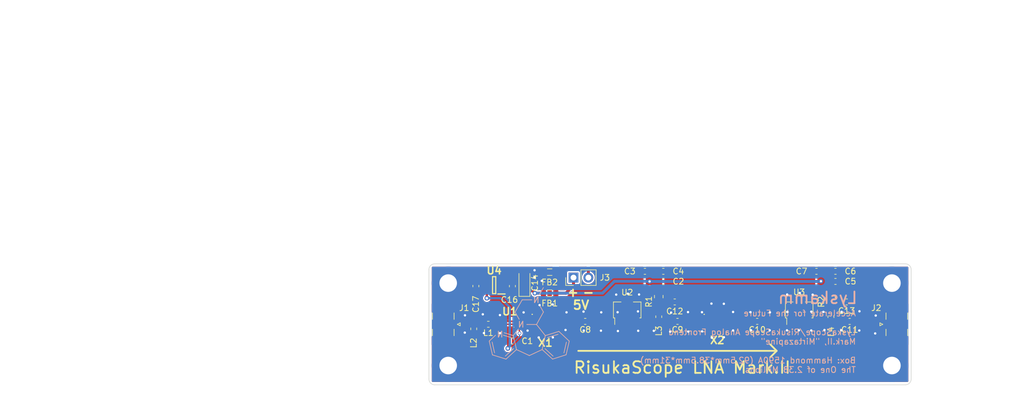
<source format=kicad_pcb>
(kicad_pcb (version 20211014) (generator pcbnew)
  (layers (0 "F.Cu" signal) (31 "B.Cu" signal) (34 "B.Paste" user) (35 "F.Paste" user) (36 "B.SilkS" user "B.Silkscreen") (37 "F.SilkS" user "F.Silkscreen") (38 "B.Mask" user) (39 "F.Mask" user) (44 "Edge.Cuts" user))
  (net 0 "")
  (net 1 "+2V8")
  (net 2 "GND")
  (net 3 "+5V")
  (net 4 "Net-(C8-Pad1)")
  (net 5 "Net-(C8-Pad2)")
  (net 6 "Net-(C9-Pad1)")
  (net 7 "Net-(C9-Pad2)")
  (net 8 "Net-(C10-Pad1)")
  (net 9 "Net-(C10-Pad2)")
  (net 10 "Net-(C11-Pad1)")
  (net 11 "Net-(C11-Pad2)")
  (net 12 "Net-(FB1-Pad2)")
  (net 13 "Net-(FB2-Pad2)")
  (net 14 "Net-(L1-Pad1)")
  (net 15 "Net-(L3-Pad1)")
  (net 16 "Net-(L4-Pad1)")
  (net 17 "Net-(U1-Pad3)")
  (net 19 "Net-(J1-Pad1)")
  (footprint "Inductor_SMD:L_0603_1608Metric" (layer "F.Cu") (at 114.59 98.88 180)
    (fp_text reference "L1" (at 0 -1.48) (layer "F.SilkS"))
    (fp_text value "9.1nH")
    (fp_line (start -0.162779 0.51) (end 0.162779 0.51) (layer "F.SilkS") (width 0.12))
    (fp_line (start -0.162779 -0.51) (end 0.162779 -0.51) (layer "F.SilkS") (width 0.12))
    (pad "1" smd roundrect locked (at -0.7875 0 180) (size 0.875 0.95) (layers "F.Cu" "F.Paste" "F.Mask") (net 14 "Net-(L1-Pad1)"))
    (pad "2" smd roundrect locked (at 0.7875 0 180) (size 0.875 0.95) (layers "F.Cu" "F.Paste" "F.Mask") (net 19 "Net-(J1-Pad1)"))
  )
  (footprint "Capacitor_SMD:C_0603_1608Metric" (layer "F.Cu") (at 144.53 91.56)
    (fp_text reference "C2" (at 2.58 0) (layer "F.SilkS"))
    (fp_text value "1uF")
    (fp_line (start -0.14058 0.51) (end 0.14058 0.51) (layer "F.SilkS") (width 0.12))
    (fp_line (start -0.14058 -0.51) (end 0.14058 -0.51) (layer "F.SilkS") (width 0.12))
    (pad "1" smd roundrect locked (at -0.775 0) (size 0.9 0.95) (layers "F.Cu" "F.Paste" "F.Mask") (net 3 "+5V"))
    (pad "2" smd roundrect locked (at 0.775 0) (size 0.9 0.95) (layers "F.Cu" "F.Paste" "F.Mask") (net 2 "GND"))
  )
  (footprint "Capacitor_SMD:C_0603_1608Metric" (layer "F.Cu") (at 173.97 89.82)
    (fp_text reference "C6" (at 2.56 0) (layer "F.SilkS"))
    (fp_text value "1.2nF")
    (fp_line (start -0.14058 0.51) (end 0.14058 0.51) (layer "F.SilkS") (width 0.12))
    (fp_line (start -0.14058 -0.51) (end 0.14058 -0.51) (layer "F.SilkS") (width 0.12))
    (pad "1" smd roundrect locked (at -0.775 0) (size 0.9 0.95) (layers "F.Cu" "F.Paste" "F.Mask") (net 3 "+5V"))
    (pad "2" smd roundrect locked (at 0.775 0) (size 0.9 0.95) (layers "F.Cu" "F.Paste" "F.Mask") (net 2 "GND"))
  )
  (footprint "Inductor_SMD:L_0603_1608Metric" (layer "F.Cu") (at 173.2 97.5975 -90)
    (fp_text reference "L4" (at 2.57 0 90) (layer "F.SilkS"))
    (fp_text value "82nH")
    (fp_line (start -0.162779 0.51) (end 0.162779 0.51) (layer "F.SilkS") (width 0.12))
    (fp_line (start -0.162779 -0.51) (end 0.162779 -0.51) (layer "F.SilkS") (width 0.12))
    (pad "1" smd roundrect locked (at -0.7875 0 270) (size 0.875 0.95) (layers "F.Cu" "F.Paste" "F.Mask") (net 16 "Net-(L4-Pad1)"))
    (pad "2" smd roundrect locked (at 0.7875 0 270) (size 0.875 0.95) (layers "F.Cu" "F.Paste" "F.Mask") (net 11 "Net-(C11-Pad2)"))
  )
  (footprint "Package_TO_SOT_SMD:SOT-89-3" (layer "F.Cu") (at 167.77 96.73 90)
    (fp_text reference "U3" (at 3.34 -0.01) (layer "F.SilkS"))
    (fp_text value "SBB5089Z")
    (fp_line (start -1.06 2.36) (end -1.06 2.13) (layer "F.SilkS") (width 0.12))
    (fp_line (start -1.06 -2.36) (end -1.06 -2.13) (layer "F.SilkS") (width 0.12))
    (fp_line (start 1.66 -2.36) (end 1.66 -1.05) (layer "F.SilkS") (width 0.12))
    (fp_line (start 1.66 1.05) (end 1.66 2.36) (layer "F.SilkS") (width 0.12))
    (fp_line (start -2.2 -2.13) (end -1.06 -2.13) (layer "F.SilkS") (width 0.12))
    (fp_line (start 1.66 2.36) (end -1.06 2.36) (layer "F.SilkS") (width 0.12))
    (fp_line (start -1.06 -2.36) (end 1.66 -2.36) (layer "F.SilkS") (width 0.12))
    (pad "1" smd rect locked (at -1.65 -1.5 90) (size 1.3 0.9) (layers "F.Cu" "F.Paste" "F.Mask") (net 8 "Net-(C10-Pad1)"))
    (pad "2" smd custom locked (at -1.5625 0 90) (size 1.475 0.9) (layers "F.Cu" "F.Paste" "F.Mask") (net 2 "GND") (options (clearance outline) (anchor rect)) (primitives (gr_poly (pts (xy 3.8625 0.8665) (xy 0.7375 0.8665) (xy 0.7375 -0.8665) (xy 3.8625 -0.8665)) (width 0) (fill yes))))
    (pad "3" smd rect locked (at -1.65 1.5 90) (size 1.3 0.9) (layers "F.Cu" "F.Paste" "F.Mask") (net 11 "Net-(C11-Pad2)"))
  )
  (footprint "BGU8009:SL3S1013FTB0115" (layer "F.Cu") (at 118.26 98.88 90)
    (fp_text reference "U1" (at 2.18 0) (layer "F.SilkS") (effects (font (size 1.27 1.27) (thickness 0.254))))
    (fp_text value "BGU8009" hide)
    (fp_line (start -0.5 0.7) (end -0.5 0.7) (layer "F.SilkS") (width 0.05))
    (fp_line (start -0.5 0.75) (end -0.5 0.75) (layer "F.SilkS") (width 0.05))
    (fp_arc (start -0.5 0.7) (mid -0.475 0.725) (end -0.5 0.75) (layer "F.SilkS") (width 0.05))
    (fp_arc (start -0.5 0.75) (mid -0.525 0.725) (end -0.5 0.7) (layer "F.SilkS") (width 0.05))
    (pad "1" smd rect locked (at -0.5 0.338 90) (size 0.27 0.325) (layers "F.Cu" "F.Paste" "F.Mask") (net 2 "GND"))
    (pad "2" smd rect locked (at 0 0.338 90) (size 0.27 0.325) (layers "F.Cu" "F.Paste" "F.Mask") (net 1 "+2V8"))
    (pad "3" smd rect locked (at 0.5 0.338 90) (size 0.27 0.325) (layers "F.Cu" "F.Paste" "F.Mask") (net 17 "Net-(U1-Pad3)"))
    (pad "4" smd rect locked (at 0.5 -0.338 90) (size 0.27 0.325) (layers "F.Cu" "F.Paste" "F.Mask") (net 2 "GND"))
    (pad "5" smd rect locked (at 0 -0.338 90) (size 0.27 0.325) (layers "F.Cu" "F.Paste" "F.Mask") (net 14 "Net-(L1-Pad1)"))
    (pad "6" smd rect locked (at -0.5 -0.338 90) (size 0.27 0.325) (layers "F.Cu" "F.Paste" "F.Mask") (net 1 "+2V8"))
  )
  (footprint "Capacitor_SMD:C_0603_1608Metric" (layer "F.Cu") (at 176.4 98.3875 180)
    (fp_text reference "C11" (at 0 -1.43) (layer "F.SilkS"))
    (fp_text value "68pF")
    (fp_line (start -0.14058 -0.51) (end 0.14058 -0.51) (layer "F.SilkS") (width 0.12))
    (fp_line (start -0.14058 0.51) (end 0.14058 0.51) (layer "F.SilkS") (width 0.12))
    (pad "1" smd roundrect locked (at -0.775 0 180) (size 0.9 0.95) (layers "F.Cu" "F.Paste" "F.Mask") (net 10 "Net-(C11-Pad1)"))
    (pad "2" smd roundrect locked (at 0.775 0 180) (size 0.9 0.95) (layers "F.Cu" "F.Paste" "F.Mask") (net 11 "Net-(C11-Pad2)"))
  )
  (footprint "Capacitor_SMD:C_0603_1608Metric" (layer "F.Cu") (at 173.97 91.55)
    (fp_text reference "C5" (at 2.57 0) (layer "F.SilkS"))
    (fp_text value "1uF")
    (fp_line (start -0.14058 0.51) (end 0.14058 0.51) (layer "F.SilkS") (width 0.12))
    (fp_line (start -0.14058 -0.51) (end 0.14058 -0.51) (layer "F.SilkS") (width 0.12))
    (pad "1" smd roundrect locked (at -0.775 0) (size 0.9 0.95) (layers "F.Cu" "F.Paste" "F.Mask") (net 3 "+5V"))
    (pad "2" smd roundrect locked (at 0.775 0) (size 0.9 0.95) (layers "F.Cu" "F.Paste" "F.Mask") (net 2 "GND"))
  )
  (footprint "TA2494A:TA2494A" (layer "F.Cu") (at 153.77 98.38)
    (fp_text reference "X2" (at 0 3.24) (layer "F.SilkS") (effects (font (size 1.27 1.27) (thickness 0.254))))
    (fp_text value "TA2494A" hide)
    (fp_line (start -2.3 -1.195) (end -2.3 -1.195) (layer "F.SilkS") (width 0.1))
    (fp_line (start -2.2 -1.195) (end -2.2 -1.195) (layer "F.SilkS") (width 0.1))
    (fp_arc (start -2.3 -1.195) (mid -2.25 -1.245) (end -2.2 -1.195) (layer "F.SilkS") (width 0.1))
    (fp_arc (start -2.2 -1.195) (mid -2.25 -1.145) (end -2.3 -1.195) (layer "F.SilkS") (width 0.1))
    (pad "A1" smd rect locked (at -0.75 -1.195 90) (size 0.81 1.7) (layers "F.Cu" "F.Paste" "F.Mask") (net 2 "GND"))
    (pad "B1" smd rect locked (at -1.12 0 90) (size 0.81 0.96) (layers "F.Cu" "F.Paste" "F.Mask") (net 6 "Net-(C9-Pad1)"))
    (pad "C1" smd rect locked (at -1.12 1.195 90) (size 0.81 0.96) (layers "F.Cu" "F.Paste" "F.Mask") (net 2 "GND"))
    (pad "D1" smd rect locked (at 1.12 1.195 90) (size 0.81 0.96) (layers "F.Cu" "F.Paste" "F.Mask") (net 2 "GND"))
    (pad "E1" smd rect locked (at 1.12 0 90) (size 0.81 0.96) (layers "F.Cu" "F.Paste" "F.Mask") (net 9 "Net-(C10-Pad2)"))
    (pad "F1" smd rect locked (at 1.12 -1.195 90) (size 0.81 0.96) (layers "F.Cu" "F.Paste" "F.Mask") (net 2 "GND"))
  )
  (footprint "Capacitor_SMD:C_0603_1608Metric" (layer "F.Cu") (at 146.95 98.3825 180)
    (fp_text reference "C9" (at 0 -1.43) (layer "F.SilkS"))
    (fp_text value "68pF")
    (fp_line (start -0.14058 -0.51) (end 0.14058 -0.51) (layer "F.SilkS") (width 0.12))
    (fp_line (start -0.14058 0.51) (end 0.14058 0.51) (layer "F.SilkS") (width 0.12))
    (pad "1" smd roundrect locked (at -0.775 0 180) (size 0.9 0.95) (layers "F.Cu" "F.Paste" "F.Mask") (net 6 "Net-(C9-Pad1)"))
    (pad "2" smd roundrect locked (at 0.775 0 180) (size 0.9 0.95) (layers "F.Cu" "F.Paste" "F.Mask") (net 7 "Net-(C9-Pad2)"))
  )
  (footprint "Capacitor_SMD:C_0603_1608Metric" (layer "F.Cu") (at 144.53 89.82)
    (fp_text reference "C4" (at 2.57 0) (layer "F.SilkS"))
    (fp_text value "68pF")
    (fp_line (start -0.14058 -0.51) (end 0.14058 -0.51) (layer "F.SilkS") (width 0.12))
    (fp_line (start -0.14058 0.51) (end 0.14058 0.51) (layer "F.SilkS") (width 0.12))
    (pad "1" smd roundrect locked (at -0.775 0) (size 0.9 0.95) (layers "F.Cu" "F.Paste" "F.Mask") (net 3 "+5V"))
    (pad "2" smd roundrect locked (at 0.775 0) (size 0.9 0.95) (layers "F.Cu" "F.Paste" "F.Mask") (net 2 "GND"))
  )
  (footprint "Resistor_SMD:R_0805_2012Metric" (layer "F.Cu") (at 173.2 94.15 -90)
    (fp_text reference "R2" (at 0.9 1.65 90) (layer "F.SilkS"))
    (fp_text value "NC")
    (fp_line (start -0.227064 -0.735) (end 0.227064 -0.735) (layer "F.SilkS") (width 0.12))
    (fp_line (start -0.227064 0.735) (end 0.227064 0.735) (layer "F.SilkS") (width 0.12))
    (pad "1" smd roundrect (at -0.9125 0 270) (size 1.025 1.4) (layers "F.Cu" "F.Paste" "F.Mask") (roundrect_rratio 0.243902439) (net 3 "+5V"))
    (pad "2" smd roundrect (at 0.9125 0 270) (size 1.025 1.4) (layers "F.Cu" "F.Paste" "F.Mask") (roundrect_rratio 0.243902439) (net 16 "Net-(L4-Pad1)"))
  )
  (footprint "Capacitor_SMD:C_0603_1608Metric" (layer "F.Cu") (at 112.46 92.35 90)
    (fp_text reference "C17" (at -3.1 0 90) (layer "F.SilkS"))
    (fp_text value "1uF")
    (fp_line (start -0.14058 0.51) (end 0.14058 0.51) (layer "F.SilkS") (width 0.12))
    (fp_line (start -0.14058 -0.51) (end 0.14058 -0.51) (layer "F.SilkS") (width 0.12))
    (pad "1" smd roundrect locked (at -0.775 0 90) (size 0.9 0.95) (layers "F.Cu" "F.Paste" "F.Mask") (net 1 "+2V8"))
    (pad "2" smd roundrect locked (at 0.775 0 90) (size 0.9 0.95) (layers "F.Cu" "F.Paste" "F.Mask") (net 2 "GND"))
  )
  (footprint "Capacitor_SMD:C_0603_1608Metric" (layer "F.Cu") (at 146.48 95.06)
    (fp_text reference "C12" (at 0 1.6) (layer "F.SilkS"))
    (fp_text value "NC")
    (fp_line (start -0.14058 -0.51) (end 0.14058 -0.51) (layer "F.SilkS") (width 0.12))
    (fp_line (start -0.14058 0.51) (end 0.14058 0.51) (layer "F.SilkS") (width 0.12))
    (pad "1" smd roundrect (at -0.775 0) (size 0.9 0.95) (layers "F.Cu" "F.Paste" "F.Mask") (net 15 "Net-(L3-Pad1)"))
    (pad "2" smd roundrect (at 0.775 0) (size 0.9 0.95) (layers "F.Cu" "F.Paste" "F.Mask") (net 2 "GND"))
  )
  (footprint "Connector_Coaxial:SMA_Samtec_SMA-J-P-X-ST-EM1_EdgeMount" (layer "F.Cu") (at 107.03 98.89 -90)
    (fp_text reference "J1" (at -2.8 -3.44) (layer "F.SilkS"))
    (fp_text value "Conn_Coaxial")
    (fp_line (start -1.95 -1.71) (end -0.84 -1.71) (layer "F.SilkS") (width 0.12))
    (fp_line (start 0.25 -2.76) (end -0.25 -2.76) (layer "F.SilkS") (width 0.12))
    (fp_line (start 0.84 -1.71) (end 1.95 -1.71) (layer "F.SilkS") (width 0.12))
    (fp_line (start 0.84 2) (end 1.95 2) (layer "F.SilkS") (width 0.12))
    (fp_line (start 0 -2.26) (end 0.25 -2.76) (layer "F.SilkS") (width 0.12))
    (fp_line (start -0.25 -2.76) (end 0 -2.26) (layer "F.SilkS") (width 0.12))
    (fp_line (start -1.95 2) (end -0.84 2) (layer "F.SilkS") (width 0.12))
    (pad "1" smd rect locked (at 0 0.2 270) (size 1.27 3.6) (layers "F.Cu" "F.Paste" "F.Mask") (net 19 "Net-(J1-Pad1)"))
    (pad "2" smd rect locked (at -2.825 0 270) (size 1.35 4.2) (layers "F.Cu" "F.Paste" "F.Mask") (net 2 "GND"))
    (pad "2" smd rect locked (at -2.825 0 270) (size 1.35 4.2) (layers "B.Cu" "B.Paste" "B.Mask") (net 2 "GND"))
    (pad "2" smd rect locked (at 2.825 0 270) (size 1.35 4.2) (layers "B.Cu" "B.Paste" "B.Mask") (net 2 "GND"))
    (pad "2" smd rect locked (at 2.825 0 270) (size 1.35 4.2) (layers "F.Cu" "F.Paste" "F.Mask") (net 2 "GND"))
  )
  (footprint "Connector_PinHeader_2.54mm:PinHeader_1x02_P2.54mm_Vertical" (layer "F.Cu") (at 129.165 90.9 90)
    (fp_text reference "J3" (at 0 5.365) (layer "F.SilkS"))
    (fp_text value "Conn_01x02")
    (fp_line (start -1.33 0) (end -1.33 -1.33) (layer "F.SilkS") (width 0.12))
    (fp_line (start -1.33 3.87) (end 1.33 3.87) (layer "F.SilkS") (width 0.12))
    (fp_line (start -1.33 1.27) (end -1.33 3.87) (layer "F.SilkS") (width 0.12))
    (fp_line (start -1.33 1.27) (end 1.33 1.27) (layer "F.SilkS") (width 0.12))
    (fp_line (start 1.33 1.27) (end 1.33 3.87) (layer "F.SilkS") (width 0.12))
    (fp_line (start -1.33 -1.33) (end 0 -1.33) (layer "F.SilkS") (width 0.12))
    (pad "1" thru_hole rect locked (at 0 0 90) (size 1.7 1.7) (drill 1) (layers *.Cu *.Mask) (net 12 "Net-(FB1-Pad2)"))
    (pad "2" thru_hole oval locked (at 0 2.54 90) (size 1.7 1.7) (drill 1) (layers *.Cu *.Mask) (net 13 "Net-(FB2-Pad2)"))
  )
  (footprint "Inductor_SMD:L_0603_1608Metric" (layer "F.Cu") (at 143.75 97.59 -90)
    (fp_text reference "L3" (at 2.43 0 90) (layer "F.SilkS"))
    (fp_text value "82nH")
    (fp_line (start -0.162779 0.51) (end 0.162779 0.51) (layer "F.SilkS") (width 0.12))
    (fp_line (start -0.162779 -0.51) (end 0.162779 -0.51) (layer "F.SilkS") (width 0.12))
    (pad "1" smd roundrect locked (at -0.7875 0 270) (size 0.875 0.95) (layers "F.Cu" "F.Paste" "F.Mask") (net 15 "Net-(L3-Pad1)"))
    (pad "2" smd roundrect locked (at 0.7875 0 270) (size 0.875 0.95) (layers "F.Cu" "F.Paste" "F.Mask") (net 7 "Net-(C9-Pad2)"))
  )
  (footprint "Inductor_SMD:L_0805_2012Metric" (layer "F.Cu") (at 125.08 93.57)
    (fp_text reference "FB1" (at 0.01 1.73) (layer "F.SilkS"))
    (fp_text value "BLM21PG221SN1D")
    (fp_line (start -0.399622 -0.56) (end 0.399622 -0.56) (layer "F.SilkS") (width 0.12))
    (fp_line (start -0.399622 0.56) (end 0.399622 0.56) (layer "F.SilkS") (width 0.12))
    (pad "1" smd roundrect locked (at -1.0625 0) (size 0.875 1.2) (layers "F.Cu" "F.Paste" "F.Mask") (net 3 "+5V"))
    (pad "2" smd roundrect locked (at 1.0625 0) (size 0.875 1.2) (layers "F.Cu" "F.Paste" "F.Mask") (net 12 "Net-(FB1-Pad2)"))
  )
  (footprint "RT9013-28GB:SOT94P279X130-5N" (layer "F.Cu") (at 115.59 92.19 180)
    (fp_text reference "U4" (at 0 2.5) (layer "F.SilkS") (effects (font (size 1.27 1.27) (thickness 0.254))))
    (fp_text value "RT9013-28GB" hide)
    (fp_line (start 0.275 1.448) (end -0.275 1.448) (layer "F.SilkS") (width 0.2))
    (fp_line (start -1.875 -1.514) (end -0.625 -1.514) (layer "F.SilkS") (width 0.2))
    (fp_line (start -0.275 -1.448) (end 0.275 -1.448) (layer "F.SilkS") (width 0.2))
    (fp_line (start -0.275 1.448) (end -0.275 -1.448) (layer "F.SilkS") (width 0.2))
    (fp_line (start 0.275 -1.448) (end 0.275 1.448) (layer "F.SilkS") (width 0.2))
    (pad "1" smd rect locked (at -1.25 -0.94 270) (size 0.65 1.25) (layers "F.Cu" "F.Paste" "F.Mask") (net 3 "+5V"))
    (pad "2" smd rect locked (at -1.25 0 270) (size 0.65 1.25) (layers "F.Cu" "F.Paste" "F.Mask") (net 2 "GND"))
    (pad "3" smd rect locked (at -1.25 0.94 270) (size 0.65 1.25) (layers "F.Cu" "F.Paste" "F.Mask") (net 3 "+5V"))
    (pad "4" smd rect locked (at 1.25 0.94 270) (size 0.65 1.25) (layers "F.Cu" "F.Paste" "F.Mask"))
    (pad "5" smd rect locked (at 1.25 -0.94 270) (size 0.65 1.25) (layers "F.Cu" "F.Paste" "F.Mask") (net 1 "+2V8"))
  )
  (footprint "Connector_Coaxial:SMA_Samtec_SMA-J-P-X-ST-EM1_EdgeMount" (layer "F.Cu") (at 184.3275 98.89 90)
    (fp_text reference "J2" (at 2.8 -3.3675) (layer "F.SilkS"))
    (fp_text value "Conn_Coaxial")
    (fp_line (start 0 -2.26) (end 0.25 -2.76) (layer "F.SilkS") (width 0.12))
    (fp_line (start -0.25 -2.76) (end 0 -2.26) (layer "F.SilkS") (width 0.12))
    (fp_line (start 0.84 2) (end 1.95 2) (layer "F.SilkS") (width 0.12))
    (fp_line (start -1.95 2) (end -0.84 2) (layer "F.SilkS") (width 0.12))
    (fp_line (start 0.25 -2.76) (end -0.25 -2.76) (layer "F.SilkS") (width 0.12))
    (fp_line (start -1.95 -1.71) (end -0.84 -1.71) (layer "F.SilkS") (width 0.12))
    (fp_line (start 0.84 -1.71) (end 1.95 -1.71) (layer "F.SilkS") (width 0.12))
    (pad "1" smd rect locked (at 0 0.2 90) (size 1.27 3.6) (layers "F.Cu" "F.Paste" "F.Mask") (net 10 "Net-(C11-Pad1)"))
    (pad "2" smd rect locked (at -2.825 0 90) (size 1.35 4.2) (layers "B.Cu" "B.Paste" "B.Mask") (net 2 "GND"))
    (pad "2" smd rect locked (at -2.825 0 90) (size 1.35 4.2) (layers "F.Cu" "F.Paste" "F.Mask") (net 2 "GND"))
    (pad "2" smd rect locked (at 2.825 0 90) (size 1.35 4.2) (layers "B.Cu" "B.Paste" "B.Mask") (net 2 "GND"))
    (pad "2" smd rect locked (at 2.825 0 90) (size 1.35 4.2) (layers "F.Cu" "F.Paste" "F.Mask") (net 2 "GND"))
  )
  (footprint "Package_TO_SOT_SMD:SOT-89-3" (layer "F.Cu") (at 138.35 96.7275 90)
    (fp_text reference "U2" (at 3.29 0) (layer "F.SilkS"))
    (fp_text value "SBB5089Z")
    (fp_line (start -1.06 -2.36) (end 1.66 -2.36) (layer "F.SilkS") (width 0.12))
    (fp_line (start -1.06 2.36) (end -1.06 2.13) (layer "F.SilkS") (width 0.12))
    (fp_line (start 1.66 -2.36) (end 1.66 -1.05) (layer "F.SilkS") (width 0.12))
    (fp_line (start -2.2 -2.13) (end -1.06 -2.13) (layer "F.SilkS") (width 0.12))
    (fp_line (start 1.66 2.36) (end -1.06 2.36) (layer "F.SilkS") (width 0.12))
    (fp_line (start 1.66 1.05) (end 1.66 2.36) (layer "F.SilkS") (width 0.12))
    (fp_line (start -1.06 -2.36) (end -1.06 -2.13) (layer "F.SilkS") (width 0.12))
    (pad "1" smd rect locked (at -1.65 -1.5 90) (size 1.3 0.9) (layers "F.Cu" "F.Paste" "F.Mask") (net 4 "Net-(C8-Pad1)"))
    (pad "2" smd custom locked (at -1.5625 0 90) (size 1.475 0.9) (layers "F.Cu" "F.Paste" "F.Mask") (net 2 "GND") (options (clearance outline) (anchor rect)) (primitives (gr_poly (pts (xy 3.8625 0.8665) (xy 0.7375 0.8665) (xy 0.7375 -0.8665) (xy 3.8625 -0.8665)) (width 0) (fill yes))))
    (pad "3" smd rect locked (at -1.65 1.5 90) (size 1.3 0.9) (layers "F.Cu" "F.Paste" "F.Mask") (net 7 "Net-(C9-Pad2)"))
  )
  (footprint "Capacitor_SMD:C_0603_1608Metric" (layer "F.Cu") (at 141.38 89.82 180)
    (fp_text reference "C3" (at 2.58 0) (layer "F.SilkS"))
    (fp_text value "1.2nF")
    (fp_line (start -0.14058 0.51) (end 0.14058 0.51) (layer "F.SilkS") (width 0.12))
    (fp_line (start -0.14058 -0.51) (end 0.14058 -0.51) (layer "F.SilkS") (width 0.12))
    (pad "1" smd roundrect locked (at -0.775 0 180) (size 0.9 0.95) (layers "F.Cu" "F.Paste" "F.Mask") (net 3 "+5V"))
    (pad "2" smd roundrect locked (at 0.775 0 180) (size 0.9 0.95) (layers "F.Cu" "F.Paste" "F.Mask") (net 2 "GND"))
  )
  (footprint "Inductor_SMD:L_0805_2012Metric" (layer "F.Cu") (at 125.09 89.96)
    (fp_text reference "FB2" (at -0.01 1.74) (layer "F.SilkS"))
    (fp_text value "BLM21PG221SN1D")
    (fp_line (start -0.399622 0.56) (end 0.399622 0.56) (layer "F.SilkS") (width 0.12))
    (fp_line (start -0.399622 -0.56) (end 0.399622 -0.56) (layer "F.SilkS") (width 0.12))
    (pad "1" smd roundrect locked (at -1.0625 0) (size 0.875 1.2) (layers "F.Cu" "F.Paste" "F.Mask") (net 2 "GND"))
    (pad "2" smd roundrect locked (at 1.0625 0) (size 0.875 1.2) (layers "F.Cu" "F.Paste" "F.Mask") (net 13 "Net-(FB2-Pad2)"))
  )
  (footprint "Capacitor_Tantalum_SMD:CP_EIA-3216-18_Kemet-A" (layer "F.Cu") (at 120.77 91.79 90)
    (fp_text reference "C14" (at -0.01 1.78 90) (layer "F.SilkS"))
    (fp_text value "10uF")
    (fp_line (start 1.6 -0.935) (end -2.31 -0.935) (layer "F.SilkS") (width 0.12))
    (fp_line (start -2.31 -0.935) (end -2.31 0.935) (layer "F.SilkS") (width 0.12))
    (fp_line (start -2.31 0.935) (end 1.6 0.935) (layer "F.SilkS") (width 0.12))
    (pad "1" smd roundrect locked (at -1.35 0 90) (size 1.4 1.35) (layers "F.Cu" "F.Paste" "F.Mask") (roundrect_rratio 0.1851851852) (net 3 "+5V"))
    (pad "2" smd roundrect locked (at 1.35 0 90) (size 1.4 1.35) (layers "F.Cu" "F.Paste" "F.Mask") (roundrect_rratio 0.1851851852) (net 2 "GND"))
  )
  (footprint "Capacitor_SMD:C_0603_1608Metric" (layer "F.Cu") (at 118.7 101.75)
    (fp_text reference "C1" (at 2.56 0) (layer "F.SilkS"))
    (fp_text value "0.1uF")
    (fp_line (start -0.14058 -0.51) (end 0.14058 -0.51) (layer "F.SilkS") (width 0.12))
    (fp_line (start -0.14058 0.51) (end 0.14058 0.51) (layer "F.SilkS") (width 0.12))
    (pad "1" smd roundrect locked (at -0.775 0) (size 0.9 0.95) (layers "F.Cu" "F.Paste" "F.Mask") (net 1 "+2V8"))
    (pad "2" smd roundrect locked (at 0.775 0) (size 0.9 0.95) (layers "F.Cu" "F.Paste" "F.Mask") (net 2 "GND"))
  )
  (footprint "Resistor_SMD:R_0805_2012Metric" (layer "F.Cu") (at 143.75 94.15 -90)
    (fp_text reference "R1" (at 0.88 1.7 90) (layer "F.SilkS"))
    (fp_text value "NC")
    (fp_line (start -0.227064 -0.735) (end 0.227064 -0.735) (layer "F.SilkS") (width 0.12))
    (fp_line (start -0.227064 0.735) (end 0.227064 0.735) (layer "F.SilkS") (width 0.12))
    (pad "1" smd roundrect (at -0.9125 0 270) (size 1.025 1.4) (layers "F.Cu" "F.Paste" "F.Mask") (roundrect_rratio 0.243902439) (net 3 "+5V"))
    (pad "2" smd roundrect (at 0.9125 0 270) (size 1.025 1.4) (layers "F.Cu" "F.Paste" "F.Mask") (roundrect_rratio 0.243902439) (net 15 "Net-(L3-Pad1)"))
  )
  (footprint "Capacitor_SMD:C_0603_1608Metric" (layer "F.Cu") (at 170.72 89.82 180)
    (fp_text reference "C7" (at 2.55 0) (layer "F.SilkS"))
    (fp_text value "68pF")
    (fp_line (start -0.14058 -0.51) (end 0.14058 -0.51) (layer "F.SilkS") (width 0.12))
    (fp_line (start -0.14058 0.51) (end 0.14058 0.51) (layer "F.SilkS") (width 0.12))
    (pad "1" smd roundrect locked (at -0.775 0 180) (size 0.9 0.95) (layers "F.Cu" "F.Paste" "F.Mask") (net 3 "+5V"))
    (pad "2" smd roundrect locked (at 0.775 0 180) (size 0.9 0.95) (layers "F.Cu" "F.Paste" "F.Mask") (net 2 "GND"))
  )
  (footprint "Capacitor_SMD:C_0603_1608Metric" (layer "F.Cu") (at 175.89 95.06)
    (fp_text reference "C13" (at 0 1.53) (layer "F.SilkS"))
    (fp_text value "NC")
    (fp_line (start -0.14058 -0.51) (end 0.14058 -0.51) (layer "F.SilkS") (width 0.12))
    (fp_line (start -0.14058 0.51) (end 0.14058 0.51) (layer "F.SilkS") (width 0.12))
    (pad "1" smd roundrect (at -0.775 0) (size 0.9 0.95) (layers "F.Cu" "F.Paste" "F.Mask") (net 16 "Net-(L4-Pad1)"))
    (pad "2" smd roundrect (at 0.775 0) (size 0.9 0.95) (layers "F.Cu" "F.Paste" "F.Mask") (net 2 "GND"))
  )
  (footprint "Capacitor_SMD:C_0603_1608Metric" (layer "F.Cu") (at 118.71 92.36 90)
    (fp_text reference "C16" (at -2.33 -0.5) (layer "F.SilkS"))
    (fp_text value "1uF")
    (fp_line (start -0.14058 -0.51) (end 0.14058 -0.51) (layer "F.SilkS") (width 0.12))
    (fp_line (start -0.14058 0.51) (end 0.14058 0.51) (layer "F.SilkS") (width 0.12))
    (pad "1" smd roundrect locked (at -0.775 0 90) (size 0.9 0.95) (layers "F.Cu" "F.Paste" "F.Mask") (net 3 "+5V"))
    (pad "2" smd roundrect locked (at 0.775 0 90) (size 0.9 0.95) (layers "F.Cu" "F.Paste" "F.Mask") (net 2 "GND"))
  )
  (footprint "Capacitor_SMD:C_0603_1608Metric" (layer "F.Cu") (at 160.59 98.38 180)
    (fp_text reference "C10" (at 0 -1.43) (layer "F.SilkS"))
    (fp_text value "68pF")
    (fp_line (start -0.14058 -0.51) (end 0.14058 -0.51) (layer "F.SilkS") (width 0.12))
    (fp_line (start -0.14058 0.51) (end 0.14058 0.51) (layer "F.SilkS") (width 0.12))
    (pad "1" smd roundrect locked (at -0.775 0 180) (size 0.9 0.95) (layers "F.Cu" "F.Paste" "F.Mask") (net 8 "Net-(C10-Pad1)"))
    (pad "2" smd roundrect locked (at 0.775 0 180) (size 0.9 0.95) (layers "F.Cu" "F.Paste" "F.Mask") (net 9 "Net-(C10-Pad2)"))
  )
  (footprint "Capacitor_SMD:C_0603_1608Metric" (layer "F.Cu") (at 131.17 98.38 180)
    (fp_text reference "C8" (at 0 -1.43) (layer "F.SilkS"))
    (fp_text value "68pF")
    (fp_line (start -0.14058 -0.51) (end 0.14058 -0.51) (layer "F.SilkS") (width 0.12))
    (fp_line (start -0.14058 0.51) (end 0.14058 0.51) (layer "F.SilkS") (width 0.12))
    (pad "1" smd roundrect locked (at -0.775 0 180) (size 0.9 0.95) (layers "F.Cu" "F.Paste" "F.Mask") (net 4 "Net-(C8-Pad1)"))
    (pad "2" smd roundrect locked (at 0.775 0 180) (size 0.9 0.95) (layers "F.Cu" "F.Paste" "F.Mask") (net 5 "Net-(C8-Pad2)"))
  )
  (footprint "Inductor_SMD:L_0603_1608Metric" (layer "F.Cu") (at 112.1 99.6675 -90)
    (fp_text reference "L2" (at 2.42 0.02 90) (layer "F.SilkS"))
    (fp_text value "NC")
    (fp_line (start -0.162779 -0.51) (end 0.162779 -0.51) (layer "F.SilkS") (width 0.12))
    (fp_line (start -0.162779 0.51) (end 0.162779 0.51) (layer "F.SilkS") (width 0.12))
    (pad "1" smd roundrect locked (at -0.7875 0 270) (size 0.875 0.95) (layers "F.Cu" "F.Paste" "F.Mask") (net 19 "Net-(J1-Pad1)"))
    (pad "2" smd roundrect locked (at 0.7875 0 270) (size 0.875 0.95) (layers "F.Cu" "F.Paste" "F.Mask") (net 2 "GND"))
  )
  (footprint "TA2494A:TA2494A" (layer "F.Cu") (at 124.35 98.38)
    (fp_text reference "X1" (at 0 3.68) (layer "F.SilkS") (effects (font (size 1.27 1.27) (thickness 0.254))))
    (fp_text value "TA2494A" hide)
    (fp_line (start -2.2 -1.195) (end -2.2 -1.195) (layer "F.SilkS") (width 0.1))
    (fp_line (start -2.3 -1.195) (end -2.3 -1.195) (layer "F.SilkS") (width 0.1))
    (fp_arc (start -2.2 -1.195) (mid -2.25 -1.145) (end -2.3 -1.195) (layer "F.SilkS") (width 0.1))
    (fp_arc (start -2.3 -1.195) (mid -2.25 -1.245) (end -2.2 -1.195) (layer "F.SilkS") (width 0.1))
    (pad "A1" smd rect locked (at -0.75 -1.195 90) (size 0.81 1.7) (layers "F.Cu" "F.Paste" "F.Mask") (net 2 "GND"))
    (pad "B1" smd rect locked (at -1.12 0 90) (size 0.81 0.96) (layers "F.Cu" "F.Paste" "F.Mask") (net 17 "Net-(U1-Pad3)"))
    (pad "C1" smd rect locked (at -1.12 1.195 90) (size 0.81 0.96) (layers "F.Cu" "F.Paste" "F.Mask") (net 2 "GND"))
    (pad "D1" smd rect locked (at 1.12 1.195 90) (size 0.81 0.96) (layers "F.Cu" "F.Paste" "F.Mask") (net 2 "GND"))
    (pad "E1" smd rect locked (at 1.12 0 90) (size 0.81 0.96) (layers "F.Cu" "F.Paste" "F.Mask") (net 5 "Net-(C8-Pad2)"))
    (pad "F1" smd rect locked (at 1.12 -1.195 90) (size 0.81 0.96) (layers "F.Cu" "F.Paste" "F.Mask") (net 2 "GND"))
  )
  (footprint "icons:mirtazapine_medium" (layer "B.Cu") (at 121.6 98.72 180)
    (fp_text reference "G***" hide)
    (fp_text value "LOGO" hide)
    (fp_text user "N" (at -1.2 4 unlocked) (layer "B.SilkS") (effects (justify mirror)))
    (fp_text user "N" (at 1.4 -0.2 unlocked) (layer "B.SilkS") (effects (justify mirror)))
    (fp_text user "N" (at 5 -1.9 unlocked) (layer "B.SilkS") (effects (justify mirror)))
    (fp_line (start 6.35 -3.21) (end 5.94 -5.04) (layer "B.SilkS") (width 0.12))
    (fp_line (start 3.98 -6.12) (end 6.3 -5.4) (layer "B.SilkS") (width 0.12))
    (fp_line (start 2.43 1.92) (end 1.73 0.69) (layer "B.SilkS") (width 0.12))
    (fp_line (start 2.74 -2.1) (end 4.31 -1.61) (layer "B.SilkS") (width 0.12))
    (fp_line (start -0.45 4.02) (end 1.23 4.02) (layer "B.SilkS") (width 0.12))
    (fp_line (start 6.85 -3.04) (end 5.77 -2.03) (layer "B.SilkS") (width 0.12))
    (fp_line (start -6.35 -3.22) (end -5.93 -5.06) (layer "B.SilkS") (width 0.12))
    (fp_line (start -1.24 -0.2) (end -2.42 1.93) (layer "B.SilkS") (width 0.12))
    (fp_line (start -3.99 -6.12) (end -6.3 -5.38) (layer "B.SilkS") (width 0.12))
    (fp_line (start 1.21 4.02) (end 2.43 1.92) (layer "B.SilkS") (width 0.12))
    (fp_line (start -4.93 -1.88) (end -3.13 -2.43) (layer "B.SilkS") (width 0.12))
    (fp_line (start 6.3 -5.4) (end 6.85 -3.04) (layer "B.SilkS") (width 0.12))
    (fp_line (start -1.72 4.89) (end -2.42 6.12) (layer "B.SilkS") (width 0.12))
    (fp_line (start -6.84 -3.05) (end -5.06 -1.38) (layer "B.SilkS") (width 0.12))
    (fp_line (start 0.43 -0.2) (end -1.24 -0.2) (layer "B.SilkS") (width 0.12))
    (fp_line (start -2.2 -4.49) (end -3.99 -6.12) (layer "B.SilkS") (width 0.12))
    (fp_line (start -6.3 -5.38) (end -6.84 -3.05) (layer "B.SilkS") (width 0.12))
    (fp_line (start 2.19 -4.49) (end 3.98 -6.12) (layer "B.SilkS") (width 0.12))
    (fp_line (start -1.24 -0.2) (end -2.74 -2.1) (layer "B.SilkS") (width 0.12))
    (fp_line (start -2.42 1.93) (end -1.71 3.19) (layer "B.SilkS") (width 0.12))
    (fp_line (start 2.69 -4.33) (end 4.09 -5.6) (layer "B.SilkS") (width 0.12))
    (fp_line (start -2.74 -2.1) (end -2.2 -4.49) (layer "B.SilkS") (width 0.12))
    (fp_line (start 2.74 -2.09) (end 2.19 -4.49) (layer "B.SilkS") (width 0.12))
    (fp_line (start 0 -5.51) (end 2.19 -4.49) (layer "B.SilkS") (width 0.12))
    (fp_line (start 3.13 -2.43) (end 4.43 -2.03) (layer "B.SilkS") (width 0.12))
    (fp_line (start -2.69 -4.33) (end -4.07 -5.61) (layer "B.SilkS") (width 0.12))
    (fp_line (start -5.06 -1.38) (end -2.74 -2.1) (layer "B.SilkS") (width 0.12))
    (fp_line (start -2.2 -4.49) (end 0 -5.52) (layer "B.SilkS") (width 0.12))
    (fp_line (start 1.87 -0.99) (end 2.74 -2.1) (layer "B.SilkS") (width 0.12))
  )
  (gr_line (start 163.92 103.43) (end 162.81 102.32) (layer "F.SilkS") (width 0.3))
  (gr_line (start 163.92 103.43) (end 162.81 104.54) (layer "F.SilkS") (width 0.3))
  (gr_line (start 129.98 103.43) (end 163.92 103.43) (layer "F.SilkS") (width 0.3))
  (gr_line (start 186.93 108.24) (end 186.93 89.54) (layer "Edge.Cuts") (width 0.1))
  (gr_line (start 185.909 88.54) (end 105.43 88.54) (layer "Edge.Cuts") (width 0.1))
  (gr_line (start 104.43 89.54) (end 104.43 108.24) (layer "Edge.Cuts") (width 0.1))
  (gr_arc (start 185.909 88.54) (mid 186.626607 88.828544) (end 186.93 89.54) (layer "Edge.Cuts") (width 0.1))
  (gr_line (start 105.43 109.24) (end 185.93 109.24) (layer "Edge.Cuts") (width 0.1))
  (gr_arc (start 104.43 89.54) (mid 104.722893 88.832893) (end 105.43 88.54) (layer "Edge.Cuts") (width 0.1))
  (gr_arc (start 105.43 109.24) (mid 104.722893 108.947107) (end 104.43 108.24) (layer "Edge.Cuts") (width 0.1))
  (gr_arc (start 186.93 108.24) (mid 186.637107 108.947107) (end 185.93 109.24) (layer "Edge.Cuts") (width 0.1))
  (gr_text "Lyskamm" (at 170.93 94.37) (layer "B.SilkS") (effects (font (size 2 2) (thickness 0.3)) (justify mirror)))
  (gr_text "Accelerate for the Future\n\nLyskaScope/RisukaScope Analog Frontend\nMark.II, {dblquote}Mirtazapine{dblquote}\n\nBox: Hammond 1590A (92.5mm*38.5mm*31mm)\nThe One of 2.38 Millions" (at 177.55 101.84) (layer "B.SilkS") (effects (font (size 1 1)) (justify left mirror)))
  (gr_text "5V" (at 130.45 95.6) (layer "F.SilkS") (effects (font (size 1.5 1.5) (thickness 0.3))))
  (gr_text "+" (at 129.08 93.41) (layer "F.SilkS") (effects (font (size 1.5 1.5) (thickness 0.3))))
  (gr_text "-" (at 131.72 93.41) (layer "F.SilkS") (effects (font (size 1.5 1.5) (thickness 0.3))))
  (gr_text "RisukaScope LNA Mark.II" (at 147.75 106.29) (layer "F.SilkS") (effects (font (size 2 2) (thickness 0.3))))
  (segment (start 118.598 98.88) (end 118.84 98.88) (width 0.2) (layer "F.Cu") (net 1))
  (segment (start 119.93 99.97) (end 119.93 100.41) (width 0.2) (layer "F.Cu") (net 1))
  (segment (start 114.34 93.13) (end 112.465 93.13) (width 0.4) (layer "F.Cu") (net 1))
  (segment (start 114.34 93.13) (end 114.34 94.42) (width 0.4) (layer "F.Cu") (net 1))
  (segment (start 118.84 98.88) (end 119.93 99.97) (width 0.2) (layer "F.Cu") (net 1))
  (segment (start 117.922 101.747) (end 117.925 101.75) (width 0.25) (layer "F.Cu") (net 1))
  (segment (start 117.925 101.75) (end 117.925 103.005) (width 0.25) (layer "F.Cu") (net 1))
  (segment (start 112.465 93.13) (end 112.46 93.125) (width 0.25) (layer "F.Cu") (net 1))
  (segment (start 117.922 99.38) (end 117.922 101.747) (width 0.25) (layer "F.Cu") (net 1))
  (segment (start 117.925 103.005) (end 117.93 103.01) (width 0.25) (layer "F.Cu") (net 1))
  (via (at 114.34 94.42) (size 0.8) (drill 0.4) (layers "F.Cu" "B.Cu") (net 1))
  (via (at 117.93 103.01) (size 0.8) (drill 0.4) (layers "F.Cu" "B.Cu") (net 1))
  (via (at 119.93 100.41) (size 0.6) (drill 0.4) (layers "F.Cu" "B.Cu") (net 1))
  (segment (start 119.93 100.41) (end 119.93 101.01) (width 0.2) (layer "B.Cu") (net 1))
  (segment (start 118.26 102.68) (end 117.93 103.01) (width 0.4) (layer "B.Cu") (net 1))
  (segment (start 114.34 94.42) (end 116.69 94.42) (width 0.4) (layer "B.Cu") (net 1))
  (segment (start 118.26 95.99) (end 118.26 102.68) (width 0.4) (layer "B.Cu") (net 1))
  (segment (start 119.93 101.01) (end 117.93 103.01) (width 0.2) (layer "B.Cu") (net 1))
  (segment (start 116.69 94.42) (end 118.26 95.99) (width 0.4) (layer "B.Cu") (net 1))
  (segment (start 118.598 99.38) (end 118.598 99.678) (width 0.25) (layer "F.Cu") (net 2))
  (segment (start 118.598 99.678) (end 118.75 99.83) (width 0.25) (layer "F.Cu") (net 2))
  (segment (start 116.84 92.19) (end 117.87 92.19) (width 0.5) (layer "F.Cu") (net 2))
  (via (at 169.83 99.94) (size 0.8) (drill 0.4) (layers "F.Cu" "B.Cu") (net 2))
  (via (at 127.8 99.86) (size 0.8) (drill 0.4) (layers "F.Cu" "B.Cu") (net 2))
  (via (at 133.86 99.98) (size 0.8) (drill 0.4) (layers "F.Cu" "B.Cu") (net 2))
  (via (at 159.44 96.81) (size 0.8) (drill 0.4) (layers "F.Cu" "B.Cu") (net 2))
  (via (at 178.05 99.95) (size 0.8) (drill 0.4) (layers "F.Cu" "B.Cu") (net 2))
  (via (at 152.76 95.35) (size 0.8) (drill 0.4) (layers "F.Cu" "B.Cu") (net 2))
  (via (at 140.19 96.68) (size 0.8) (drill 0.4) (layers "F.Cu" "B.Cu") (net 2))
  (via (at 178.08 96.66) (size 0.8) (drill 0.4) (layers "F.Cu" "B.Cu") (net 2))
  (via (at 116.58 97.31) (size 0.8) (drill 0.4) (layers "F.Cu" "B.Cu") (net 2))
  (via (at 113.65 97.18) (size 0.8) (drill 0.4) (layers "F.Cu" "B.Cu") (net 2))
  (via (at 133.91 96.84) (size 0.8) (drill 0.4) (layers "F.Cu" "B.Cu") (net 2))
  (via (at 154.88 95.38) (size 0.8) (drill 0.4) (layers "F.Cu" "B.Cu") (net 2))
  (via (at 174.97 99.91) (size 0.8) (drill 0.4) (layers "F.Cu" "B.Cu") (net 2))
  (via (at 172.09 99.86) (size 0.8) (drill 0.4) (layers "F.Cu" "B.Cu") (net 2))
  (via (at 125.61 95.49) (size 0.8) (drill 0.4) (layers "F.Cu" "B.Cu") (net 2))
  (via (at 142.9 100) (size 0.8) (drill 0.4) (layers "F.Cu" "B.Cu") (net 2))
  (via (at 140.23 100) (size 0.8) (drill 0.4) (layers "F.Cu" "B.Cu") (net 2))
  (via (at 148.75 96.8) (size 0.8) (drill 0.4) (layers "F.Cu" "B.Cu") (net 2))
  (via (at 138.47 93.66) (size 0.8) (drill 0.4) (layers "F.Cu" "B.Cu") (net 2))
  (via (at 122.5 89.64) (size 0.8) (drill 0.4) (layers "F.Cu" "B.Cu") (net 2))
  (via (at 183.63 105.94) (size 5.6) (drill 3) (layers "F.Cu" "B.Cu") (net 2))
  (via (at 162.73 99.91) (size 0.8) (drill 0.4) (layers "F.Cu" "B.Cu") (net 2))
  (via (at 121.31 99.97) (size 0.8) (drill 0.4) (layers "F.Cu" "B.Cu") (net 2))
  (via (at 130.88 96.72) (size 0.8) (drill 0.4) (layers "F.Cu" "B.Cu") (net 2))
  (via (at 154.89 101.1) (size 0.8) (drill 0.4) (layers "F.Cu" "B.Cu") (net 2))
  (via (at 145.86 96.88) (size 0.8) (drill 0.4) (layers "F.Cu" "B.Cu") (net 2))
  (via (at 165.68 99.92) (size 0.8) (drill 0.4) (layers "F.Cu" "B.Cu") (net 2))
  (via (at 120.63 96.85) (size 0.8) (drill 0.4) (layers "F.Cu" "B.Cu") (net 2))
  (via (at 180.86 97.39) (size 0.8) (drill 0.4) (layers "F.Cu" "B.Cu") (net 2))
  (via (at 159.53 99.89) (size 0.8) (drill 0.4) (layers "F.Cu" "B.Cu") (net 2))
  (via (at 162.77 96.84) (size 0.8) (drill 0.4) (layers "F.Cu" "B.Cu") (net 2))
  (via (at 167.72 99.91) (size 0.8) (drill 0.4) (layers "F.Cu" "B.Cu") (net 2))
  (via (at 148.79 100.14) (size 0.8) (drill 0.4) (layers "F.Cu" "B.Cu") (net 2))
  (via (at 183.63 91.84) (size 5.6) (drill 3) (layers "F.Cu" "B.Cu") (net 2))
  (via (at 107.73 91.84) (size 5.6) (drill 3) (layers "F.Cu" "B.Cu") (net 2))
  (via (at 136.71 96.82) (size 0.8) (drill 0.4) (layers "F.Cu" "B.Cu") (net 2))
  (via (at 123.74 91.45) (size 0.8) (drill 0.4) (layers "F.Cu" "B.Cu") (net 2))
  (via (at 130.92 99.95) (size 0.8) (drill 0.4) (layers "F.Cu" "B.Cu") (net 2))
  (via (at 110.57 100.31) (size 0.8) (drill 0.4) (layers "F.Cu" "B.Cu") (net 2))
  (via (at 152.81 101.18) (size 0.8) (drill 0.4) (layers "F.Cu" "B.Cu") (net 2))
  (via (at 116.58 100.4) (size 0.8) (drill 0.4) (layers "F.Cu" "B.Cu") (net 2))
  (via (at 165.71 93.79) (size 0.8) (drill 0.4) (layers "F.Cu" "B.Cu") (net 2))
  (via (at 136.76 100.04) (size 0.8) (drill 0.4) (layers "F.Cu" "B.Cu") (net 2))
  (via (at 170.07 93.82) (size 0.8) (drill 0.4) (layers "F.Cu" "B.Cu") (net 2))
  (via (at 125.63 101.13) (size 0.8) (drill 0.4) (layers "F.Cu" "B.Cu") (net 2))
  (via (at 113.84 100.39) (size 0.8) (drill 0.4) (layers "F.Cu" "B.Cu") (net 2))
  (via (at 175.02 96.76) (size 0.8) (drill 0.4) (layers "F.Cu" "B.Cu") (net 2))
  (via (at 151.16 100.1) (size 0.8) (drill 0.4) (layers "F.Cu" "B.Cu") (net 2))
  (via (at 107.73 105.94) (size 5.6) (drill 3) (layers "F.Cu" "B.Cu") (net 2))
  (via (at 165.73 96.77) (size 0.8) (drill 0.4) (layers "F.Cu" "B.Cu") (net 2))
  (via (at 180.77 100.45) (size 0.8) (drill 0.4) (layers "F.Cu" "B.Cu") (net 2))
  (via (at 156.46 96.78) (size 0.8) (drill 0.4) (layers "F.Cu" "B.Cu") (net 2))
  (via (at 167.87 93.53) (size 0.8) (drill 0.4) (layers "F.Cu" "B.Cu") (net 2))
  (via (at 171.91 96.77) (size 0.8) (drill 0.4) (layers "F.Cu" "B.Cu") (net 2))
  (via (at 151.14 96.82) (size 0.8) (drill 0.4) (layers "F.Cu" "B.Cu") (net 2))
  (via (at 169.84 96.73) (size 0.8) (drill 0.4) (layers "F.Cu" "B.Cu") (net 2))
  (via (at 145.7 100.15) (size 0.8) (drill 0.4) (layers "F.Cu" "B.Cu") (net 2))
  (via (at 140.38 93.79) (size 0.8) (drill 0.4) (layers "F.Cu" "B.Cu") (net 2))
  (via (at 136.47 93.81) (size 0.8) (drill 0.4) (layers "F.Cu" "B.Cu") (net 2))
  (via (at 123.36 95.6) (size 0.8) (drill 0.4) (layers "F.Cu" "B.Cu") (net 2))
  (via (at 127.97 96.84) (size 0.8) (drill 0.4) (layers "F.Cu" "B.Cu") (net 2))
  (via (at 122.48 90.86) (size 0.8) (drill 0.4) (layers "F.Cu" "B.Cu") (net 2))
  (via (at 123.21 101.14) (size 0.8) (drill 0.4) (layers "F.Cu" "B.Cu") (net 2))
  (via (at 110.6 97.35) (size 0.8) (drill 0.4) (layers "F.Cu" "B.Cu") (net 2))
  (via (at 156.46 99.94) (size 0.8) (drill 0.4) (layers "F.Cu" "B.Cu") (net 2))
  (segment (start 116.84 93.13) (end 118.705 93.13) (width 0.4) (layer "F.Cu") (net 3))
  (segment (start 115.93 93.13) (end 116.84 93.13) (width 0.25) (layer "F.Cu") (net 3))
  (segment (start 115.98 91.25) (end 115.64 91.59) (width 0.25) (layer "F.Cu") (net 3))
  (segment (start 115.64 92.84) (end 115.93 93.13) (width 0.25) (layer "F.Cu") (net 3))
  (segment (start 173.195 91.55) (end 173.195 93.2325) (width 0.5) (layer "F.Cu") (net 3))
  (segment (start 122.55 93.56) (end 122.13 93.14) (width 0.5) (layer "F.Cu") (net 3))
  (segment (start 122.55 93.56) (end 124.0075 93.56) (width 0.5) (layer "F.Cu") (net 3))
  (segment (start 124.0075 93.56) (end 124.0175 93.57) (width 0.5) (layer "F.Cu") (net 3))
  (segment (start 118.71 93.135) (end 120.765 93.135) (width 0.4) (layer "F.Cu") (net 3))
  (segment (start 143.75 93.2375) (end 143.75 91.565) (width 0.5) (layer "F.Cu") (net 3))
  (segment (start 143.75 91.565) (end 143.755 91.56) (width 0.25) (layer "F.Cu") (net 3))
  (segment (start 122.13 93.14) (end 120.77 93.14) (width 0.5) (layer "F.Cu") (net 3))
  (segment (start 173.195 93.2325) (end 173.2 93.2375) (width 0.25) (layer "F.Cu") (net 3))
  (segment (start 118.705 93.13) (end 118.71 93.135) (width 0.25) (layer "F.Cu") (net 3))
  (segment (start 115.64 91.59) (end 115.64 92.84) (width 0.25) (layer "F.Cu") (net 3))
  (segment (start 116.84 91.25) (end 115.98 91.25) (width 0.25) (layer "F.Cu") (net 3))
  (segment (start 120.765 93.135) (end 120.77 93.14) (width 0.25) (layer "F.Cu") (net 3))
  (via (at 122.55 93.56) (size 0.8) (drill 0.4) (layers "F.Cu" "B.Cu") (net 3))
  (via (at 142.18 91.56) (size 0.8) (drill 0.4) (layers "F.Cu" "B.Cu") (net 3))
  (via (at 171.49 91.52) (size 0.8) (drill 0.4) (layers "F.Cu" "B.Cu") (net 3))
  (segment (start 171.45 91.56) (end 171.49 91.52) (width 0.5) (layer "B.Cu") (net 3))
  (segment (start 142.18 91.56) (end 171.45 91.56) (width 0.5) (layer "B.Cu") (net 3))
  (segment (start 142.15 91.53) (end 142.18 91.56) (width 0.5) (layer "B.Cu") (net 3))
  (segment (start 122.55 93.56) (end 134.12 93.56) (width 0.5) (layer "B.Cu") (net 3))
  (segment (start 136.15 91.53) (end 142.15 91.53) (width 0.5) (layer "B.Cu") (net 3))
  (segment (start 134.12 93.56) (end 136.15 91.53) (width 0.5) (layer "B.Cu") (net 3))
  (segment (start 127.84 93.57) (end 126.1425 93.57) (width 0.5) (layer "F.Cu") (net 12))
  (segment (start 129.165 92.245) (end 127.84 93.57) (width 0.5) (layer "F.Cu") (net 12))
  (segment (start 129.165 90.9) (end 129.165 92.245) (width 0.5) (layer "F.Cu") (net 12))
  (segment (start 131.705 89.715) (end 131.705 90.9) (width 0.5) (layer "F.Cu") (net 13))
  (segment (start 126.1525 89.9575) (end 126.81498 89.29502) (width 0.5) (layer "F.Cu") (net 13))
  (segment (start 131.28502 89.29502) (end 131.705 89.715) (width 0.5) (layer "F.Cu") (net 13))
  (segment (start 126.1525 89.96) (end 126.1525 89.9575) (width 0.25) (layer "F.Cu") (net 13))
  (segment (start 126.81498 89.29502) (end 131.28502 89.29502) (width 0.5) (layer "F.Cu") (net 13))
  (segment (start 143.75 95.0625) (end 145.7025 95.0625) (width 0.5) (layer "F.Cu") (net 15))
  (segment (start 143.75 95.0625) (end 143.75 96.8025) (width 0.5) (layer "F.Cu") (net 15))
  (segment (start 145.7025 95.0625) (end 145.705 95.06) (width 0.5) (layer "F.Cu") (net 15))
  (segment (start 173.2 95.0625) (end 175.1125 95.0625) (width 0.5) (layer "F.Cu") (net 16))
  (segment (start 175.1125 95.0625) (end 175.115 95.06) (width 0.5) (layer "F.Cu") (net 16))
  (segment (start 173.2 96.81) (end 173.2 95.0625) (width 0.5) (layer "F.Cu") (net 16))
  (zone (net 2) (net_name "GND") (layer "F.Cu") (connect_pads yes (clearance 0.22)) (min_thickness 0.22) (fill yes (thermal_gap 0.508) (thermal_bridge_width 0.508))
    (polygon (pts (xy 117.26 100.1) (xy 108.62 100.1) (xy 108.62 99.64) (xy 117.26 99.64)))
  )
  (zone (net 9) (net_name "Net-(C10-Pad2)") (layer "F.Cu") (connect_pads yes (clearance 0.22)) (min_thickness 0.22) (fill yes (thermal_gap 0.508) (thermal_bridge_width 0.508))
    (polygon (pts (xy 160.27 98.88) (xy 154.4 98.88) (xy 154.4 97.88) (xy 160.27 97.88)))
  )
  (zone (net 5) (net_name "Net-(C8-Pad2)") (layer "F.Cu") (connect_pads yes (clearance 0.22)) (min_thickness 0.22) (fill yes (thermal_gap 0.508) (thermal_bridge_width 0.508))
    (polygon (pts (xy 130.85 98.88) (xy 124.98 98.88) (xy 124.98 97.88) (xy 130.85 97.88)))
  )
  (zone (net 2) (net_name "GND") (layer "F.Cu") (connect_pads yes (clearance 0.254)) (min_thickness 0.254) (fill yes (thermal_gap 0.508) (thermal_bridge_width 0.508))
    (polygon (pts (xy 179.89 100.82) (xy 186.43 100.82) (xy 186.43 108.74) (xy 104.93 108.74) (xy 104.93 100.83) (xy 108.62 100.83) (xy 108.62 100.1) (xy 117.26 100.1) (xy 117.26 99.65) (xy 179.89 99.65)))
  )
  (zone (net 2) (net_name "GND") (layer "F.Cu") (connect_pads yes (clearance 0.22)) (min_thickness 0.22) (fill yes (thermal_gap 0.508) (thermal_bridge_width 0.508) (island_removal_mode 1) (island_area_min 0))
    (polygon (pts (xy 118.09 98.12) (xy 108.62 98.12) (xy 108.62 97.26) (xy 118.09 97.26)))
  )
  (zone (net 10) (net_name "Net-(C11-Pad1)") (layer "F.Cu") (connect_pads yes (clearance 0.127)) (min_thickness 0.22) (fill yes (thermal_gap 0.508) (thermal_bridge_width 0.508))
    (polygon (pts (xy 179.88 98.39) (xy 182.73 98.39) (xy 182.73 99.39) (xy 179.89 99.39) (xy 179.38 98.88) (xy 176.72 98.88) (xy 176.72 97.88) (xy 179.37 97.88)))
  )
  (zone (net 2) (net_name "GND") (layer "F.Cu") (connect_pads yes (clearance 0.127)) (min_thickness 0.22) (fill yes (thermal_gap 0.508) (thermal_bridge_width 0.508))
    (polygon (pts (xy 179.89 99.65) (xy 179.01 99.65) (xy 179.01 99.14) (xy 179.38 99.14)))
  )
  (zone (net 2) (net_name "GND") (layer "F.Cu") (connect_pads yes (clearance 0.127)) (min_thickness 0.127) (fill yes (thermal_gap 0.508) (thermal_bridge_width 0.508))
    (polygon (pts (xy 118.09 98.54) (xy 117.75 98.54) (xy 117.75 98.12) (xy 118.09 98.12)))
  )
  (zone (net 7) (net_name "Net-(C9-Pad2)") (layer "F.Cu") (connect_pads yes (clearance 0.22)) (min_thickness 0.22) (fill yes (thermal_gap 0.508) (thermal_bridge_width 0.508))
    (polygon (pts (xy 146.64 98.88) (xy 139.4 98.88) (xy 139.4 97.88) (xy 146.64 97.88)))
  )
  (zone (net 11) (net_name "Net-(C11-Pad2)") (layer "F.Cu") (connect_pads yes (clearance 0.22)) (min_thickness 0.22) (fill yes (thermal_gap 0.508) (thermal_bridge_width 0.508))
    (polygon (pts (xy 176.09 98.88) (xy 169.59 98.88) (xy 169.59 97.88) (xy 176.09 97.88)))
  )
  (zone (net 6) (net_name "Net-(C9-Pad1)") (layer "F.Cu") (connect_pads yes (clearance 0.22)) (min_thickness 0.22) (fill yes (thermal_gap 0.508) (thermal_bridge_width 0.508))
    (polygon (pts (xy 153.14 98.88) (xy 147.27 98.88) (xy 147.27 97.88) (xy 153.14 97.88)))
  )
  (zone (net 17) (net_name "Net-(U1-Pad3)") (layer "F.Cu") (connect_pads yes (clearance 0.22)) (min_thickness 0.22) (fill yes (thermal_gap 0.508) (thermal_bridge_width 0.508))
    (polygon (pts (xy 123.72 98.88) (xy 119.87 98.88) (xy 118.76 98.52) (xy 118.44 98.52) (xy 118.44 98.24) (xy 118.76 98.24) (xy 119.87 97.88) (xy 123.72 97.88)))
  )
  (zone (net 2) (net_name "GND") (layer "F.Cu") (connect_pads yes (clearance 0.22)) (min_thickness 0.22) (fill yes (thermal_gap 0.508) (thermal_bridge_width 0.508))
    (polygon (pts (xy 179.01 99.65) (xy 119.87 99.65) (xy 119.87 99.14) (xy 179.01 99.14)))
  )
  (zone (net 8) (net_name "Net-(C10-Pad1)") (layer "F.Cu") (connect_pads yes (clearance 0.22)) (min_thickness 0.22) (fill yes (thermal_gap 0.508) (thermal_bridge_width 0.508))
    (polygon (pts (xy 165.98 98.88) (xy 160.91 98.88) (xy 160.91 97.88) (xy 165.98 97.88)))
  )
  (zone (net 14) (net_name "Net-(L1-Pad1)") (layer "F.Cu") (connect_pads yes (clearance 0.127)) (min_thickness 0.127) (fill yes (thermal_gap 0.508) (thermal_bridge_width 0.508))
    (polygon (pts (xy 117.77 98.74) (xy 117.94 98.74) (xy 117.94 99.02) (xy 117.77 99.02) (xy 116.65 99.38) (xy 114.94 99.38) (xy 114.94 98.38) (xy 116.65 98.38)))
  )
  (zone (net 4) (net_name "Net-(C8-Pad1)") (layer "F.Cu") (connect_pads yes (clearance 0.22)) (min_thickness 0.22) (fill yes (thermal_gap 0.508) (thermal_bridge_width 0.508))
    (polygon (pts (xy 137.3 98.88) (xy 131.49 98.88) (xy 131.49 97.88) (xy 137.3 97.88)))
  )
  (zone (net 2) (net_name "GND") (layer "F.Cu") (connect_pads yes (clearance 0.254)) (min_thickness 0.254) (fill yes (thermal_gap 0.508) (thermal_bridge_width 0.508))
    (polygon (pts (xy 141.13 92.58) (xy 144.71 92.58) (xy 144.71 89.04) (xy 170.51 89.04) (xy 170.51 92.72) (xy 174.17 92.72) (xy 174.17 89.04) (xy 186.43 89.04) (xy 186.43 96.95) (xy 180.44 96.95) (xy 180.44 97.3) (xy 118.08 97.3) (xy 118.08 97.26) (xy 108.62 97.26) (xy 108.62 96.95) (xy 104.93 96.95) (xy 104.93 89.04) (xy 141.13 89.04)))
  )
  (zone (net 19) (net_name "Net-(J1-Pad1)") (layer "F.Cu") (connect_pads yes (clearance 0.22)) (min_thickness 0.22) (fill yes (thermal_gap 0.508) (thermal_bridge_width 0.508))
    (polygon (pts (xy 114.24 99.38) (xy 108.25 99.38) (xy 108.25 98.38) (xy 114.24 98.38)))
  )
  (zone (net 2) (net_name "GND") (layer "F.Cu") (connect_pads yes (clearance 0.22)) (min_thickness 0.22) (fill yes (thermal_gap 0.508) (thermal_bridge_width 0.508) (island_removal_mode 1) (island_area_min 0))
    (polygon (pts (xy 180.44 97.62) (xy 118.09 97.62) (xy 118.09 97.3) (xy 180.44 97.3)))
  )
  (zone (net 2) (net_name "GND") (layer "F.Cu") (connect_pads yes (clearance 0.127)) (min_thickness 0.22) (fill yes (thermal_gap 0.508) (thermal_bridge_width 0.508))
    (polygon (pts (xy 182.73 98.13) (xy 179.88 98.13) (xy 179.37 97.62) (xy 180.44 97.62) (xy 180.44 96.95) (xy 182.73 96.95)))
  )
  (zone (net 2) (net_name "GND") (layer "F.Cu") (connect_pads yes (clearance 0.22)) (min_thickness 0.22) (fill yes (thermal_gap 0.508) (thermal_bridge_width 0.508))
    (polygon (pts (xy 182.73 100.82) (xy 179.89 100.82) (xy 179.89 99.65) (xy 182.73 99.65)))
  )
  (zone (net 3) (net_name "+5V") (layer "F.Cu") (connect_pads yes (clearance 0.254)) (min_thickness 0.254) (fill yes (thermal_gap 0.508) (thermal_bridge_width 0.508))
    (polygon (pts (xy 144.34 92.18) (xy 141.54 92.18) (xy 141.54 89.05) (xy 144.34 89.05)))
  )
  (zone (net 3) (net_name "+5V") (layer "F.Cu") (connect_pads yes (clearance 0.254)) (min_thickness 0.254) (fill yes (thermal_gap 0.508) (thermal_bridge_width 0.508))
    (polygon (pts (xy 173.76 92.38) (xy 170.88 92.38) (xy 170.88 89.04) (xy 173.76 89.04)))
  )
  (zone (net 2) (net_name "GND") (layer "B.Cu") (connect_pads yes (clearance 0.254)) (min_thickness 0.254) (fill yes (thermal_gap 0.508) (thermal_bridge_width 0.508))
    (polygon (pts (xy 186.43 108.74) (xy 104.93 108.74) (xy 104.93 89.04) (xy 186.43 89.04)))
  )
)
</source>
